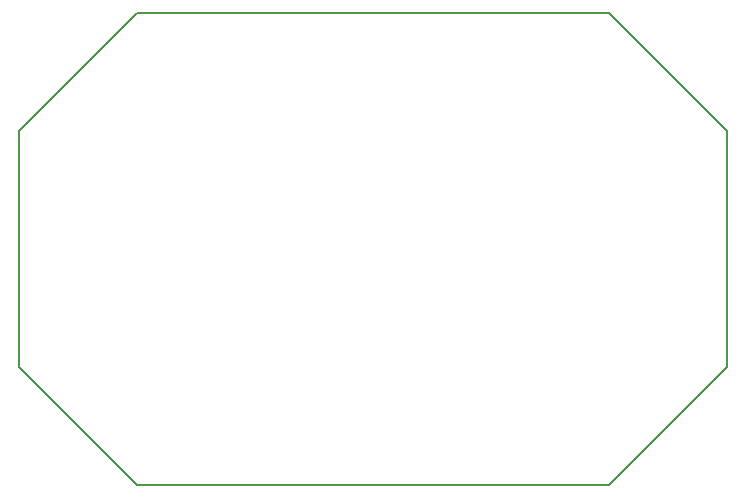
<source format=gbr>
%FSLAX34Y34*%
%MOMM*%
%LNOUTLINE*%
G71*
G01*
%ADD10C, 0.15*%
%LPD*%
G54D10*
X180450Y-771100D02*
X580450Y-771100D01*
G54D10*
X580450Y-371100D02*
X180450Y-371100D01*
G54D10*
X680450Y-671100D02*
X680450Y-471100D01*
G54D10*
X80450Y-671100D02*
X80450Y-471100D01*
G54D10*
X80450Y-471100D02*
X180450Y-371100D01*
G54D10*
X80450Y-671100D02*
X180450Y-771100D01*
X580450Y-771100D01*
X680450Y-671100D01*
X680450Y-471100D01*
X580450Y-371100D01*
M02*

</source>
